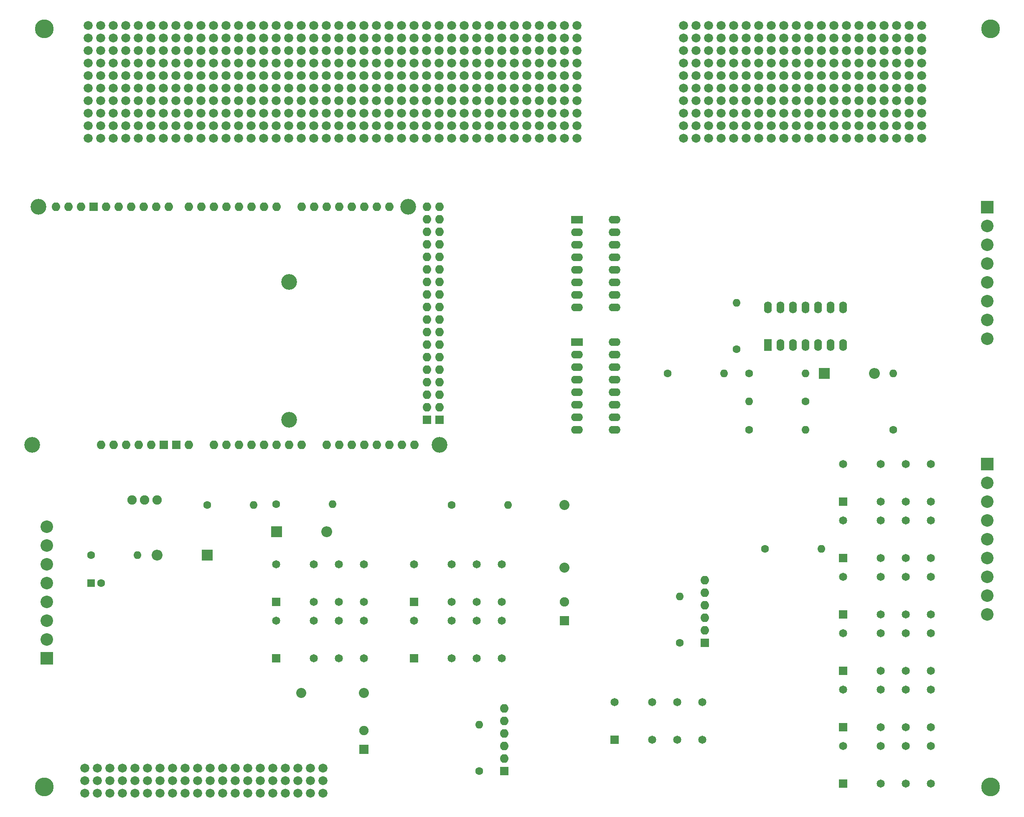
<source format=gbr>
%TF.GenerationSoftware,KiCad,Pcbnew,7.0.7*%
%TF.CreationDate,2023-09-23T16:53:28-05:00*%
%TF.ProjectId,CNH_Functional_Tester_1,434e485f-4675-46e6-9374-696f6e616c5f,B*%
%TF.SameCoordinates,Original*%
%TF.FileFunction,Soldermask,Bot*%
%TF.FilePolarity,Negative*%
%FSLAX46Y46*%
G04 Gerber Fmt 4.6, Leading zero omitted, Abs format (unit mm)*
G04 Created by KiCad (PCBNEW 7.0.7) date 2023-09-23 16:53:28*
%MOMM*%
%LPD*%
G01*
G04 APERTURE LIST*
%ADD10C,1.905000*%
%ADD11C,3.200000*%
%ADD12O,1.778000X1.778000*%
%ADD13R,1.778000X1.778000*%
%ADD14C,1.828800*%
%ADD15R,2.540000X2.540000*%
%ADD16C,2.540000*%
%ADD17R,2.200000X2.200000*%
%ADD18O,2.200000X2.200000*%
%ADD19C,1.600000*%
%ADD20O,1.600000X1.600000*%
%ADD21R,1.600000X1.600000*%
%ADD22O,2.032000X2.032000*%
%ADD23C,3.810000*%
%ADD24R,1.905000X1.905000*%
%ADD25R,1.651000X1.651000*%
%ADD26C,1.651000*%
%ADD27R,1.600000X2.400000*%
%ADD28O,1.600000X2.400000*%
%ADD29R,2.400000X1.600000*%
%ADD30O,2.400000X1.600000*%
G04 APERTURE END LIST*
D10*
%TO.C,PS1*%
X74295000Y-146975000D03*
X76835000Y-146975000D03*
X79375000Y-146975000D03*
%TD*%
D11*
%TO.C,XA1*%
X54102000Y-135763000D03*
X55372000Y-87503000D03*
D12*
X68072000Y-135763000D03*
D11*
X106172000Y-102743000D03*
X106172000Y-130683000D03*
X130302000Y-87503000D03*
X136652000Y-135763000D03*
D12*
X75692000Y-135763000D03*
X78232000Y-135763000D03*
X134112000Y-87503000D03*
X136652000Y-87503000D03*
X90932000Y-135763000D03*
X93472000Y-135763000D03*
X96012000Y-135763000D03*
X98552000Y-135763000D03*
X101092000Y-135763000D03*
X103632000Y-135763000D03*
X106172000Y-135763000D03*
X108712000Y-135763000D03*
X113792000Y-135763000D03*
X116332000Y-135763000D03*
X118872000Y-135763000D03*
X121412000Y-135763000D03*
X123952000Y-135763000D03*
X126492000Y-135763000D03*
X129032000Y-135763000D03*
X131572000Y-135763000D03*
X64008000Y-87503000D03*
X103632000Y-87503000D03*
X101092000Y-87503000D03*
X98552000Y-87503000D03*
X96012000Y-87503000D03*
X93472000Y-87503000D03*
X90932000Y-87503000D03*
X88392000Y-87503000D03*
X85852000Y-87503000D03*
X81788000Y-87503000D03*
X79248000Y-87503000D03*
X76708000Y-87503000D03*
X74168000Y-87503000D03*
X71628000Y-87503000D03*
X69088000Y-87503000D03*
X108712000Y-87503000D03*
X111252000Y-87503000D03*
X113792000Y-87503000D03*
X116332000Y-87503000D03*
X118872000Y-87503000D03*
X121412000Y-87503000D03*
X123952000Y-87503000D03*
X126492000Y-87503000D03*
X134112000Y-90043000D03*
X136652000Y-90043000D03*
X134112000Y-92583000D03*
X136652000Y-92583000D03*
X134112000Y-95123000D03*
X136652000Y-95123000D03*
X134112000Y-97663000D03*
X136652000Y-97663000D03*
X134112000Y-100203000D03*
X136652000Y-100203000D03*
X134112000Y-102743000D03*
X136652000Y-102743000D03*
X134112000Y-105283000D03*
X136652000Y-105283000D03*
X134112000Y-107823000D03*
X136652000Y-107823000D03*
X134112000Y-110363000D03*
X136652000Y-110363000D03*
X134112000Y-112903000D03*
X136652000Y-112903000D03*
X134112000Y-115443000D03*
X136652000Y-115443000D03*
X134112000Y-117983000D03*
X136652000Y-117983000D03*
X134112000Y-120523000D03*
X136652000Y-120523000D03*
X134112000Y-123063000D03*
X136652000Y-123063000D03*
X134112000Y-125603000D03*
X136652000Y-125603000D03*
X134112000Y-128143000D03*
X136652000Y-128143000D03*
D13*
X66548000Y-87503000D03*
X80772000Y-135763000D03*
X83312000Y-135763000D03*
X134112000Y-130683000D03*
X136652000Y-130683000D03*
D12*
X70612000Y-135763000D03*
X73152000Y-135763000D03*
X58928000Y-87503000D03*
X61468000Y-87503000D03*
X85852000Y-135763000D03*
%TD*%
D13*
%TO.C,SENSOR_2*%
X149733000Y-201930000D03*
D12*
X149733000Y-199390000D03*
X149733000Y-196850000D03*
X149733000Y-194310000D03*
X149733000Y-191770000D03*
X149733000Y-189230000D03*
%TD*%
D14*
%TO.C,PR13*%
X164465000Y-68580000D03*
X161925000Y-68580000D03*
X159385000Y-68580000D03*
X156845000Y-68580000D03*
X154305000Y-68580000D03*
X151765000Y-68580000D03*
X149225000Y-68580000D03*
X146685000Y-68580000D03*
X144145000Y-68580000D03*
X141605000Y-68580000D03*
X139065000Y-68580000D03*
X136525000Y-68580000D03*
X133985000Y-68580000D03*
X131445000Y-68580000D03*
X128905000Y-68580000D03*
X126365000Y-68580000D03*
X123825000Y-68580000D03*
X121285000Y-68580000D03*
X118745000Y-68580000D03*
X116205000Y-68580000D03*
%TD*%
D15*
%TO.C,J2*%
X247650000Y-139700000D03*
D16*
X247650000Y-143510000D03*
X247650000Y-147320000D03*
X247650000Y-151130000D03*
X247650000Y-154940000D03*
X247650000Y-158750000D03*
X247650000Y-162560000D03*
X247650000Y-166370000D03*
X247650000Y-170180000D03*
%TD*%
D14*
%TO.C,PR17*%
X164465000Y-58420000D03*
X161925000Y-58420000D03*
X159385000Y-58420000D03*
X156845000Y-58420000D03*
X154305000Y-58420000D03*
X151765000Y-58420000D03*
X149225000Y-58420000D03*
X146685000Y-58420000D03*
X144145000Y-58420000D03*
X141605000Y-58420000D03*
X139065000Y-58420000D03*
X136525000Y-58420000D03*
X133985000Y-58420000D03*
X131445000Y-58420000D03*
X128905000Y-58420000D03*
X126365000Y-58420000D03*
X123825000Y-58420000D03*
X121285000Y-58420000D03*
X118745000Y-58420000D03*
X116205000Y-58420000D03*
%TD*%
D17*
%TO.C,D1*%
X89535000Y-158115000D03*
D18*
X79375000Y-158115000D03*
%TD*%
D19*
%TO.C,R3*%
X199390000Y-121285000D03*
D20*
X210820000Y-121285000D03*
%TD*%
D14*
%TO.C,PR31*%
X186055000Y-68580000D03*
X188595000Y-68580000D03*
X191135000Y-68580000D03*
X193675000Y-68580000D03*
X196215000Y-68580000D03*
X198755000Y-68580000D03*
X201295000Y-68580000D03*
X203835000Y-68580000D03*
X206375000Y-68580000D03*
X208915000Y-68580000D03*
X211455000Y-68580000D03*
X213995000Y-68580000D03*
X216535000Y-68580000D03*
X219075000Y-68580000D03*
X221615000Y-68580000D03*
X224155000Y-68580000D03*
X226695000Y-68580000D03*
X229235000Y-68580000D03*
X231775000Y-68580000D03*
X234315000Y-68580000D03*
%TD*%
%TO.C,PR20*%
X164465000Y-50800000D03*
X161925000Y-50800000D03*
X159385000Y-50800000D03*
X156845000Y-50800000D03*
X154305000Y-50800000D03*
X151765000Y-50800000D03*
X149225000Y-50800000D03*
X146685000Y-50800000D03*
X144145000Y-50800000D03*
X141605000Y-50800000D03*
X139065000Y-50800000D03*
X136525000Y-50800000D03*
X133985000Y-50800000D03*
X131445000Y-50800000D03*
X128905000Y-50800000D03*
X126365000Y-50800000D03*
X123825000Y-50800000D03*
X121285000Y-50800000D03*
X118745000Y-50800000D03*
X116205000Y-50800000D03*
%TD*%
%TO.C,PR19*%
X164465000Y-53340000D03*
X161925000Y-53340000D03*
X159385000Y-53340000D03*
X156845000Y-53340000D03*
X154305000Y-53340000D03*
X151765000Y-53340000D03*
X149225000Y-53340000D03*
X146685000Y-53340000D03*
X144145000Y-53340000D03*
X141605000Y-53340000D03*
X139065000Y-53340000D03*
X136525000Y-53340000D03*
X133985000Y-53340000D03*
X131445000Y-53340000D03*
X128905000Y-53340000D03*
X126365000Y-53340000D03*
X123825000Y-53340000D03*
X121285000Y-53340000D03*
X118745000Y-53340000D03*
X116205000Y-53340000D03*
%TD*%
D19*
%TO.C,C3*%
X89535000Y-147955000D03*
D20*
X98933000Y-147955000D03*
%TD*%
D17*
%TO.C,Z1*%
X214630000Y-121285000D03*
D18*
X224790000Y-121285000D03*
%TD*%
D21*
%TO.C,C1*%
X66040000Y-163830000D03*
D19*
X68040000Y-163830000D03*
%TD*%
D22*
%TO.C,TVS1*%
X161925000Y-147955000D03*
X161925000Y-160655000D03*
%TD*%
D23*
%TO.C,MTH2*%
X248285000Y-205105000D03*
%TD*%
D19*
%TO.C,C5*%
X185343800Y-175895000D03*
D20*
X185343800Y-166497000D03*
%TD*%
D19*
%TO.C,R5*%
X210820000Y-127000000D03*
D20*
X199390000Y-127000000D03*
%TD*%
D14*
%TO.C,PR33*%
X186055000Y-73660000D03*
X188595000Y-73660000D03*
X191135000Y-73660000D03*
X193675000Y-73660000D03*
X196215000Y-73660000D03*
X198755000Y-73660000D03*
X201295000Y-73660000D03*
X203835000Y-73660000D03*
X206375000Y-73660000D03*
X208915000Y-73660000D03*
X211455000Y-73660000D03*
X213995000Y-73660000D03*
X216535000Y-73660000D03*
X219075000Y-73660000D03*
X221615000Y-73660000D03*
X224155000Y-73660000D03*
X226695000Y-73660000D03*
X229235000Y-73660000D03*
X231775000Y-73660000D03*
X234315000Y-73660000D03*
%TD*%
%TO.C,PR10*%
X113665000Y-50800000D03*
X111125000Y-50800000D03*
X108585000Y-50800000D03*
X106045000Y-50800000D03*
X103505000Y-50800000D03*
X100965000Y-50800000D03*
X98425000Y-50800000D03*
X95885000Y-50800000D03*
X93345000Y-50800000D03*
X90805000Y-50800000D03*
X88265000Y-50800000D03*
X85725000Y-50800000D03*
X83185000Y-50800000D03*
X80645000Y-50800000D03*
X78105000Y-50800000D03*
X75565000Y-50800000D03*
X73025000Y-50800000D03*
X70485000Y-50800000D03*
X67945000Y-50800000D03*
X65405000Y-50800000D03*
%TD*%
%TO.C,PR2*%
X113665000Y-71120000D03*
X111125000Y-71120000D03*
X108585000Y-71120000D03*
X106045000Y-71120000D03*
X103505000Y-71120000D03*
X100965000Y-71120000D03*
X98425000Y-71120000D03*
X95885000Y-71120000D03*
X93345000Y-71120000D03*
X90805000Y-71120000D03*
X88265000Y-71120000D03*
X85725000Y-71120000D03*
X83185000Y-71120000D03*
X80645000Y-71120000D03*
X78105000Y-71120000D03*
X75565000Y-71120000D03*
X73025000Y-71120000D03*
X70485000Y-71120000D03*
X67945000Y-71120000D03*
X65405000Y-71120000D03*
%TD*%
D13*
%TO.C,SENSOR_1*%
X190423000Y-175895800D03*
D12*
X190423000Y-173355800D03*
X190423000Y-170815800D03*
X190423000Y-168275800D03*
X190423000Y-165735800D03*
X190423000Y-163195800D03*
%TD*%
D14*
%TO.C,PR14*%
X164465000Y-66040000D03*
X161925000Y-66040000D03*
X159385000Y-66040000D03*
X156845000Y-66040000D03*
X154305000Y-66040000D03*
X151765000Y-66040000D03*
X149225000Y-66040000D03*
X146685000Y-66040000D03*
X144145000Y-66040000D03*
X141605000Y-66040000D03*
X139065000Y-66040000D03*
X136525000Y-66040000D03*
X133985000Y-66040000D03*
X131445000Y-66040000D03*
X128905000Y-66040000D03*
X126365000Y-66040000D03*
X123825000Y-66040000D03*
X121285000Y-66040000D03*
X118745000Y-66040000D03*
X116205000Y-66040000D03*
%TD*%
%TO.C,PR16*%
X164465000Y-60960000D03*
X161925000Y-60960000D03*
X159385000Y-60960000D03*
X156845000Y-60960000D03*
X154305000Y-60960000D03*
X151765000Y-60960000D03*
X149225000Y-60960000D03*
X146685000Y-60960000D03*
X144145000Y-60960000D03*
X141605000Y-60960000D03*
X139065000Y-60960000D03*
X136525000Y-60960000D03*
X133985000Y-60960000D03*
X131445000Y-60960000D03*
X128905000Y-60960000D03*
X126365000Y-60960000D03*
X123825000Y-60960000D03*
X121285000Y-60960000D03*
X118745000Y-60960000D03*
X116205000Y-60960000D03*
%TD*%
%TO.C,PR25*%
X186055000Y-53340000D03*
X188595000Y-53340000D03*
X191135000Y-53340000D03*
X193675000Y-53340000D03*
X196215000Y-53340000D03*
X198755000Y-53340000D03*
X201295000Y-53340000D03*
X203835000Y-53340000D03*
X206375000Y-53340000D03*
X208915000Y-53340000D03*
X211455000Y-53340000D03*
X213995000Y-53340000D03*
X216535000Y-53340000D03*
X219075000Y-53340000D03*
X221615000Y-53340000D03*
X224155000Y-53340000D03*
X226695000Y-53340000D03*
X229235000Y-53340000D03*
X231775000Y-53340000D03*
X234315000Y-53340000D03*
%TD*%
D24*
%TO.C,PSENSE_1*%
X161975000Y-171450000D03*
D10*
X161975000Y-167640000D03*
%TD*%
D14*
%TO.C,PR6*%
X113665000Y-60960000D03*
X111125000Y-60960000D03*
X108585000Y-60960000D03*
X106045000Y-60960000D03*
X103505000Y-60960000D03*
X100965000Y-60960000D03*
X98425000Y-60960000D03*
X95885000Y-60960000D03*
X93345000Y-60960000D03*
X90805000Y-60960000D03*
X88265000Y-60960000D03*
X85725000Y-60960000D03*
X83185000Y-60960000D03*
X80645000Y-60960000D03*
X78105000Y-60960000D03*
X75565000Y-60960000D03*
X73025000Y-60960000D03*
X70485000Y-60960000D03*
X67945000Y-60960000D03*
X65405000Y-60960000D03*
%TD*%
D25*
%TO.C,RLY3*%
X131445000Y-167640000D03*
D26*
X139065000Y-167640000D03*
X144145000Y-167640000D03*
X149225000Y-167640000D03*
X149225000Y-160020000D03*
X144145000Y-160020000D03*
X139065000Y-160020000D03*
X131445000Y-160020000D03*
%TD*%
D14*
%TO.C,PR8*%
X113665000Y-55880000D03*
X111125000Y-55880000D03*
X108585000Y-55880000D03*
X106045000Y-55880000D03*
X103505000Y-55880000D03*
X100965000Y-55880000D03*
X98425000Y-55880000D03*
X95885000Y-55880000D03*
X93345000Y-55880000D03*
X90805000Y-55880000D03*
X88265000Y-55880000D03*
X85725000Y-55880000D03*
X83185000Y-55880000D03*
X80645000Y-55880000D03*
X78105000Y-55880000D03*
X75565000Y-55880000D03*
X73025000Y-55880000D03*
X70485000Y-55880000D03*
X67945000Y-55880000D03*
X65405000Y-55880000D03*
%TD*%
D25*
%TO.C,RLY8*%
X218440000Y-170180000D03*
D26*
X226060000Y-170180000D03*
X231140000Y-170180000D03*
X236220000Y-170180000D03*
X236220000Y-162560000D03*
X231140000Y-162560000D03*
X226060000Y-162560000D03*
X218440000Y-162560000D03*
%TD*%
D14*
%TO.C,PR11*%
X164465000Y-73660000D03*
X161925000Y-73660000D03*
X159385000Y-73660000D03*
X156845000Y-73660000D03*
X154305000Y-73660000D03*
X151765000Y-73660000D03*
X149225000Y-73660000D03*
X146685000Y-73660000D03*
X144145000Y-73660000D03*
X141605000Y-73660000D03*
X139065000Y-73660000D03*
X136525000Y-73660000D03*
X133985000Y-73660000D03*
X131445000Y-73660000D03*
X128905000Y-73660000D03*
X126365000Y-73660000D03*
X123825000Y-73660000D03*
X121285000Y-73660000D03*
X118745000Y-73660000D03*
X116205000Y-73660000D03*
%TD*%
%TO.C,PR18*%
X164465000Y-55880000D03*
X161925000Y-55880000D03*
X159385000Y-55880000D03*
X156845000Y-55880000D03*
X154305000Y-55880000D03*
X151765000Y-55880000D03*
X149225000Y-55880000D03*
X146685000Y-55880000D03*
X144145000Y-55880000D03*
X141605000Y-55880000D03*
X139065000Y-55880000D03*
X136525000Y-55880000D03*
X133985000Y-55880000D03*
X131445000Y-55880000D03*
X128905000Y-55880000D03*
X126365000Y-55880000D03*
X123825000Y-55880000D03*
X121285000Y-55880000D03*
X118745000Y-55880000D03*
X116205000Y-55880000D03*
%TD*%
D25*
%TO.C,RLY11*%
X218440000Y-204470000D03*
D26*
X226060000Y-204470000D03*
X231140000Y-204470000D03*
X236220000Y-204470000D03*
X236220000Y-196850000D03*
X231140000Y-196850000D03*
X226060000Y-196850000D03*
X218440000Y-196850000D03*
%TD*%
D19*
%TO.C,R1*%
X202565000Y-156845000D03*
D20*
X213995000Y-156845000D03*
%TD*%
D23*
%TO.C,MTH4*%
X56515000Y-51435000D03*
%TD*%
D25*
%TO.C,RLY5*%
X172117500Y-195532500D03*
D26*
X179737500Y-195532500D03*
X184817500Y-195532500D03*
X189897500Y-195532500D03*
X189897500Y-187912500D03*
X184817500Y-187912500D03*
X179737500Y-187912500D03*
X172117500Y-187912500D03*
%TD*%
D14*
%TO.C,PR12*%
X164465000Y-71120000D03*
X161925000Y-71120000D03*
X159385000Y-71120000D03*
X156845000Y-71120000D03*
X154305000Y-71120000D03*
X151765000Y-71120000D03*
X149225000Y-71120000D03*
X146685000Y-71120000D03*
X144145000Y-71120000D03*
X141605000Y-71120000D03*
X139065000Y-71120000D03*
X136525000Y-71120000D03*
X133985000Y-71120000D03*
X131445000Y-71120000D03*
X128905000Y-71120000D03*
X126365000Y-71120000D03*
X123825000Y-71120000D03*
X121285000Y-71120000D03*
X118745000Y-71120000D03*
X116205000Y-71120000D03*
%TD*%
D17*
%TO.C,Z2*%
X103632000Y-153416000D03*
D18*
X113792000Y-153416000D03*
%TD*%
D23*
%TO.C,MTH1*%
X56515000Y-205105000D03*
%TD*%
D19*
%TO.C,R8*%
X103505000Y-147828000D03*
D20*
X114935000Y-147828000D03*
%TD*%
D19*
%TO.C,C2*%
X66031600Y-158115000D03*
D20*
X75429600Y-158115000D03*
%TD*%
D25*
%TO.C,RLY4*%
X131445000Y-179070000D03*
D26*
X139065000Y-179070000D03*
X144145000Y-179070000D03*
X149225000Y-179070000D03*
X149225000Y-171450000D03*
X144145000Y-171450000D03*
X139065000Y-171450000D03*
X131445000Y-171450000D03*
%TD*%
D14*
%TO.C,PR32*%
X186055000Y-71120000D03*
X188595000Y-71120000D03*
X191135000Y-71120000D03*
X193675000Y-71120000D03*
X196215000Y-71120000D03*
X198755000Y-71120000D03*
X201295000Y-71120000D03*
X203835000Y-71120000D03*
X206375000Y-71120000D03*
X208915000Y-71120000D03*
X211455000Y-71120000D03*
X213995000Y-71120000D03*
X216535000Y-71120000D03*
X219075000Y-71120000D03*
X221615000Y-71120000D03*
X224155000Y-71120000D03*
X226695000Y-71120000D03*
X229235000Y-71120000D03*
X231775000Y-71120000D03*
X234315000Y-71120000D03*
%TD*%
%TO.C,PR22*%
X64770000Y-201295000D03*
X67310000Y-201295000D03*
X69850000Y-201295000D03*
X72390000Y-201295000D03*
X74930000Y-201295000D03*
X77470000Y-201295000D03*
X80010000Y-201295000D03*
X82550000Y-201295000D03*
X85090000Y-201295000D03*
X87630000Y-201295000D03*
X90170000Y-201295000D03*
X92710000Y-201295000D03*
X95250000Y-201295000D03*
X97790000Y-201295000D03*
X100330000Y-201295000D03*
X102870000Y-201295000D03*
X105410000Y-201295000D03*
X107950000Y-201295000D03*
X110490000Y-201295000D03*
X113030000Y-201295000D03*
%TD*%
%TO.C,PR23*%
X64770000Y-203835000D03*
X67310000Y-203835000D03*
X69850000Y-203835000D03*
X72390000Y-203835000D03*
X74930000Y-203835000D03*
X77470000Y-203835000D03*
X80010000Y-203835000D03*
X82550000Y-203835000D03*
X85090000Y-203835000D03*
X87630000Y-203835000D03*
X90170000Y-203835000D03*
X92710000Y-203835000D03*
X95250000Y-203835000D03*
X97790000Y-203835000D03*
X100330000Y-203835000D03*
X102870000Y-203835000D03*
X105410000Y-203835000D03*
X107950000Y-203835000D03*
X110490000Y-203835000D03*
X113030000Y-203835000D03*
%TD*%
%TO.C,PR24*%
X186055000Y-50800000D03*
X188595000Y-50800000D03*
X191135000Y-50800000D03*
X193675000Y-50800000D03*
X196215000Y-50800000D03*
X198755000Y-50800000D03*
X201295000Y-50800000D03*
X203835000Y-50800000D03*
X206375000Y-50800000D03*
X208915000Y-50800000D03*
X211455000Y-50800000D03*
X213995000Y-50800000D03*
X216535000Y-50800000D03*
X219075000Y-50800000D03*
X221615000Y-50800000D03*
X224155000Y-50800000D03*
X226695000Y-50800000D03*
X229235000Y-50800000D03*
X231775000Y-50800000D03*
X234315000Y-50800000D03*
%TD*%
D24*
%TO.C,PSENSE_2*%
X121285000Y-197485000D03*
D10*
X121285000Y-193675000D03*
%TD*%
D19*
%TO.C,R6*%
X199390000Y-132715000D03*
D20*
X210820000Y-132715000D03*
%TD*%
D14*
%TO.C,PR28*%
X186055000Y-60960000D03*
X188595000Y-60960000D03*
X191135000Y-60960000D03*
X193675000Y-60960000D03*
X196215000Y-60960000D03*
X198755000Y-60960000D03*
X201295000Y-60960000D03*
X203835000Y-60960000D03*
X206375000Y-60960000D03*
X208915000Y-60960000D03*
X211455000Y-60960000D03*
X213995000Y-60960000D03*
X216535000Y-60960000D03*
X219075000Y-60960000D03*
X221615000Y-60960000D03*
X224155000Y-60960000D03*
X226695000Y-60960000D03*
X229235000Y-60960000D03*
X231775000Y-60960000D03*
X234315000Y-60960000D03*
%TD*%
D25*
%TO.C,RLY9*%
X218440000Y-181610000D03*
D26*
X226060000Y-181610000D03*
X231140000Y-181610000D03*
X236220000Y-181610000D03*
X236220000Y-173990000D03*
X231140000Y-173990000D03*
X226060000Y-173990000D03*
X218440000Y-173990000D03*
%TD*%
D14*
%TO.C,PR1*%
X113665000Y-73660000D03*
X111125000Y-73660000D03*
X108585000Y-73660000D03*
X106045000Y-73660000D03*
X103505000Y-73660000D03*
X100965000Y-73660000D03*
X98425000Y-73660000D03*
X95885000Y-73660000D03*
X93345000Y-73660000D03*
X90805000Y-73660000D03*
X88265000Y-73660000D03*
X85725000Y-73660000D03*
X83185000Y-73660000D03*
X80645000Y-73660000D03*
X78105000Y-73660000D03*
X75565000Y-73660000D03*
X73025000Y-73660000D03*
X70485000Y-73660000D03*
X67945000Y-73660000D03*
X65405000Y-73660000D03*
%TD*%
%TO.C,PR29*%
X186055000Y-63500000D03*
X188595000Y-63500000D03*
X191135000Y-63500000D03*
X193675000Y-63500000D03*
X196215000Y-63500000D03*
X198755000Y-63500000D03*
X201295000Y-63500000D03*
X203835000Y-63500000D03*
X206375000Y-63500000D03*
X208915000Y-63500000D03*
X211455000Y-63500000D03*
X213995000Y-63500000D03*
X216535000Y-63500000D03*
X219075000Y-63500000D03*
X221615000Y-63500000D03*
X224155000Y-63500000D03*
X226695000Y-63500000D03*
X229235000Y-63500000D03*
X231775000Y-63500000D03*
X234315000Y-63500000D03*
%TD*%
%TO.C,PR9*%
X113665000Y-53340000D03*
X111125000Y-53340000D03*
X108585000Y-53340000D03*
X106045000Y-53340000D03*
X103505000Y-53340000D03*
X100965000Y-53340000D03*
X98425000Y-53340000D03*
X95885000Y-53340000D03*
X93345000Y-53340000D03*
X90805000Y-53340000D03*
X88265000Y-53340000D03*
X85725000Y-53340000D03*
X83185000Y-53340000D03*
X80645000Y-53340000D03*
X78105000Y-53340000D03*
X75565000Y-53340000D03*
X73025000Y-53340000D03*
X70485000Y-53340000D03*
X67945000Y-53340000D03*
X65405000Y-53340000D03*
%TD*%
%TO.C,PR15*%
X164465000Y-63500000D03*
X161925000Y-63500000D03*
X159385000Y-63500000D03*
X156845000Y-63500000D03*
X154305000Y-63500000D03*
X151765000Y-63500000D03*
X149225000Y-63500000D03*
X146685000Y-63500000D03*
X144145000Y-63500000D03*
X141605000Y-63500000D03*
X139065000Y-63500000D03*
X136525000Y-63500000D03*
X133985000Y-63500000D03*
X131445000Y-63500000D03*
X128905000Y-63500000D03*
X126365000Y-63500000D03*
X123825000Y-63500000D03*
X121285000Y-63500000D03*
X118745000Y-63500000D03*
X116205000Y-63500000D03*
%TD*%
D22*
%TO.C,TVS2*%
X121285000Y-186055000D03*
X108585000Y-186055000D03*
%TD*%
D25*
%TO.C,RLY10*%
X218440000Y-193040000D03*
D26*
X226060000Y-193040000D03*
X231140000Y-193040000D03*
X236220000Y-193040000D03*
X236220000Y-185420000D03*
X231140000Y-185420000D03*
X226060000Y-185420000D03*
X218440000Y-185420000D03*
%TD*%
D27*
%TO.C,U3*%
X203200000Y-115570000D03*
D28*
X205740000Y-115570000D03*
X208280000Y-115570000D03*
X210820000Y-115570000D03*
X213360000Y-115570000D03*
X215900000Y-115570000D03*
X218440000Y-115570000D03*
X218440000Y-107950000D03*
X215900000Y-107950000D03*
X213360000Y-107950000D03*
X210820000Y-107950000D03*
X208280000Y-107950000D03*
X205740000Y-107950000D03*
X203200000Y-107950000D03*
%TD*%
D15*
%TO.C,J3*%
X247650000Y-87582500D03*
D16*
X247650000Y-91392500D03*
X247650000Y-95202500D03*
X247650000Y-99012500D03*
X247650000Y-102822500D03*
X247650000Y-106632500D03*
X247650000Y-110442500D03*
X247650000Y-114252500D03*
%TD*%
D25*
%TO.C,RLY2*%
X103505000Y-167640000D03*
D26*
X111125000Y-167640000D03*
X116205000Y-167640000D03*
X121285000Y-167640000D03*
X121285000Y-160020000D03*
X116205000Y-160020000D03*
X111125000Y-160020000D03*
X103505000Y-160020000D03*
%TD*%
D19*
%TO.C,C6*%
X144653000Y-201930000D03*
D20*
X144653000Y-192532000D03*
%TD*%
D14*
%TO.C,PR4*%
X113665000Y-66040000D03*
X111125000Y-66040000D03*
X108585000Y-66040000D03*
X106045000Y-66040000D03*
X103505000Y-66040000D03*
X100965000Y-66040000D03*
X98425000Y-66040000D03*
X95885000Y-66040000D03*
X93345000Y-66040000D03*
X90805000Y-66040000D03*
X88265000Y-66040000D03*
X85725000Y-66040000D03*
X83185000Y-66040000D03*
X80645000Y-66040000D03*
X78105000Y-66040000D03*
X75565000Y-66040000D03*
X73025000Y-66040000D03*
X70485000Y-66040000D03*
X67945000Y-66040000D03*
X65405000Y-66040000D03*
%TD*%
D19*
%TO.C,R2*%
X139065000Y-147955000D03*
D20*
X150495000Y-147955000D03*
%TD*%
D14*
%TO.C,PR30*%
X186055000Y-66040000D03*
X188595000Y-66040000D03*
X191135000Y-66040000D03*
X193675000Y-66040000D03*
X196215000Y-66040000D03*
X198755000Y-66040000D03*
X201295000Y-66040000D03*
X203835000Y-66040000D03*
X206375000Y-66040000D03*
X208915000Y-66040000D03*
X211455000Y-66040000D03*
X213995000Y-66040000D03*
X216535000Y-66040000D03*
X219075000Y-66040000D03*
X221615000Y-66040000D03*
X224155000Y-66040000D03*
X226695000Y-66040000D03*
X229235000Y-66040000D03*
X231775000Y-66040000D03*
X234315000Y-66040000D03*
%TD*%
D29*
%TO.C,U1*%
X164465000Y-90170000D03*
D30*
X164465000Y-92710000D03*
X164465000Y-95250000D03*
X164465000Y-97790000D03*
X164465000Y-100330000D03*
X164465000Y-102870000D03*
X164465000Y-105410000D03*
X164465000Y-107950000D03*
X172085000Y-107950000D03*
X172085000Y-105410000D03*
X172085000Y-102870000D03*
X172085000Y-100330000D03*
X172085000Y-97790000D03*
X172085000Y-95250000D03*
X172085000Y-92710000D03*
X172085000Y-90170000D03*
%TD*%
D19*
%TO.C,R4*%
X182880000Y-121285000D03*
D20*
X194310000Y-121285000D03*
%TD*%
D14*
%TO.C,PR7*%
X113665000Y-58420000D03*
X111125000Y-58420000D03*
X108585000Y-58420000D03*
X106045000Y-58420000D03*
X103505000Y-58420000D03*
X100965000Y-58420000D03*
X98425000Y-58420000D03*
X95885000Y-58420000D03*
X93345000Y-58420000D03*
X90805000Y-58420000D03*
X88265000Y-58420000D03*
X85725000Y-58420000D03*
X83185000Y-58420000D03*
X80645000Y-58420000D03*
X78105000Y-58420000D03*
X75565000Y-58420000D03*
X73025000Y-58420000D03*
X70485000Y-58420000D03*
X67945000Y-58420000D03*
X65405000Y-58420000D03*
%TD*%
D29*
%TO.C,U2*%
X164465000Y-114935000D03*
D30*
X164465000Y-117475000D03*
X164465000Y-120015000D03*
X164465000Y-122555000D03*
X164465000Y-125095000D03*
X164465000Y-127635000D03*
X164465000Y-130175000D03*
X164465000Y-132715000D03*
X172085000Y-132715000D03*
X172085000Y-130175000D03*
X172085000Y-127635000D03*
X172085000Y-125095000D03*
X172085000Y-122555000D03*
X172085000Y-120015000D03*
X172085000Y-117475000D03*
X172085000Y-114935000D03*
%TD*%
D14*
%TO.C,PR5*%
X113665000Y-63500000D03*
X111125000Y-63500000D03*
X108585000Y-63500000D03*
X106045000Y-63500000D03*
X103505000Y-63500000D03*
X100965000Y-63500000D03*
X98425000Y-63500000D03*
X95885000Y-63500000D03*
X93345000Y-63500000D03*
X90805000Y-63500000D03*
X88265000Y-63500000D03*
X85725000Y-63500000D03*
X83185000Y-63500000D03*
X80645000Y-63500000D03*
X78105000Y-63500000D03*
X75565000Y-63500000D03*
X73025000Y-63500000D03*
X70485000Y-63500000D03*
X67945000Y-63500000D03*
X65405000Y-63500000D03*
%TD*%
D23*
%TO.C,MTH3*%
X248285000Y-51435000D03*
%TD*%
D14*
%TO.C,PR21*%
X64770000Y-206375000D03*
X67310000Y-206375000D03*
X69850000Y-206375000D03*
X72390000Y-206375000D03*
X74930000Y-206375000D03*
X77470000Y-206375000D03*
X80010000Y-206375000D03*
X82550000Y-206375000D03*
X85090000Y-206375000D03*
X87630000Y-206375000D03*
X90170000Y-206375000D03*
X92710000Y-206375000D03*
X95250000Y-206375000D03*
X97790000Y-206375000D03*
X100330000Y-206375000D03*
X102870000Y-206375000D03*
X105410000Y-206375000D03*
X107950000Y-206375000D03*
X110490000Y-206375000D03*
X113030000Y-206375000D03*
%TD*%
D25*
%TO.C,RLY1*%
X103505000Y-179070400D03*
D26*
X111125000Y-179070400D03*
X116205000Y-179070400D03*
X121285000Y-179070400D03*
X121285000Y-171450400D03*
X116205000Y-171450400D03*
X111125000Y-171450400D03*
X103505000Y-171450400D03*
%TD*%
D19*
%TO.C,R7*%
X228600000Y-132715000D03*
D20*
X228600000Y-121285000D03*
%TD*%
D14*
%TO.C,PR3*%
X113665000Y-68580000D03*
X111125000Y-68580000D03*
X108585000Y-68580000D03*
X106045000Y-68580000D03*
X103505000Y-68580000D03*
X100965000Y-68580000D03*
X98425000Y-68580000D03*
X95885000Y-68580000D03*
X93345000Y-68580000D03*
X90805000Y-68580000D03*
X88265000Y-68580000D03*
X85725000Y-68580000D03*
X83185000Y-68580000D03*
X80645000Y-68580000D03*
X78105000Y-68580000D03*
X75565000Y-68580000D03*
X73025000Y-68580000D03*
X70485000Y-68580000D03*
X67945000Y-68580000D03*
X65405000Y-68580000D03*
%TD*%
D25*
%TO.C,RLY6*%
X218440000Y-147320000D03*
D26*
X226060000Y-147320000D03*
X231140000Y-147320000D03*
X236220000Y-147320000D03*
X236220000Y-139700000D03*
X231140000Y-139700000D03*
X226060000Y-139700000D03*
X218440000Y-139700000D03*
%TD*%
D14*
%TO.C,PR26*%
X186055000Y-55880000D03*
X188595000Y-55880000D03*
X191135000Y-55880000D03*
X193675000Y-55880000D03*
X196215000Y-55880000D03*
X198755000Y-55880000D03*
X201295000Y-55880000D03*
X203835000Y-55880000D03*
X206375000Y-55880000D03*
X208915000Y-55880000D03*
X211455000Y-55880000D03*
X213995000Y-55880000D03*
X216535000Y-55880000D03*
X219075000Y-55880000D03*
X221615000Y-55880000D03*
X224155000Y-55880000D03*
X226695000Y-55880000D03*
X229235000Y-55880000D03*
X231775000Y-55880000D03*
X234315000Y-55880000D03*
%TD*%
D19*
%TO.C,C4*%
X196850000Y-116442000D03*
D20*
X196850000Y-107044000D03*
%TD*%
D25*
%TO.C,RLY7*%
X218440000Y-158750000D03*
D26*
X226060000Y-158750000D03*
X231140000Y-158750000D03*
X236220000Y-158750000D03*
X236220000Y-151130000D03*
X231140000Y-151130000D03*
X226060000Y-151130000D03*
X218440000Y-151130000D03*
%TD*%
D14*
%TO.C,PR27*%
X186055000Y-58420000D03*
X188595000Y-58420000D03*
X191135000Y-58420000D03*
X193675000Y-58420000D03*
X196215000Y-58420000D03*
X198755000Y-58420000D03*
X201295000Y-58420000D03*
X203835000Y-58420000D03*
X206375000Y-58420000D03*
X208915000Y-58420000D03*
X211455000Y-58420000D03*
X213995000Y-58420000D03*
X216535000Y-58420000D03*
X219075000Y-58420000D03*
X221615000Y-58420000D03*
X224155000Y-58420000D03*
X226695000Y-58420000D03*
X229235000Y-58420000D03*
X231775000Y-58420000D03*
X234315000Y-58420000D03*
%TD*%
D15*
%TO.C,J1*%
X57048400Y-179070000D03*
D16*
X57048400Y-175260000D03*
X57048400Y-171450000D03*
X57048400Y-167640000D03*
X57048400Y-163830000D03*
X57048400Y-160020000D03*
X57048400Y-156210000D03*
X57048400Y-152400000D03*
%TD*%
M02*

</source>
